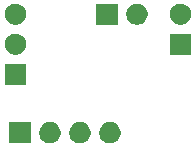
<source format=gbr>
G04 #@! TF.GenerationSoftware,KiCad,Pcbnew,5.1.5+dfsg1-2*
G04 #@! TF.CreationDate,2020-03-08T13:50:41+09:00*
G04 #@! TF.ProjectId,dbmbyhd,64626d62-7968-4642-9e6b-696361645f70,rev?*
G04 #@! TF.SameCoordinates,Original*
G04 #@! TF.FileFunction,Soldermask,Bot*
G04 #@! TF.FilePolarity,Negative*
%FSLAX46Y46*%
G04 Gerber Fmt 4.6, Leading zero omitted, Abs format (unit mm)*
G04 Created by KiCad (PCBNEW 5.1.5+dfsg1-2) date 2020-03-08 13:50:41*
%MOMM*%
%LPD*%
G04 APERTURE LIST*
%ADD10C,0.020000*%
G04 APERTURE END LIST*
D10*
G36*
X146693812Y-105686624D02*
G01*
X146693815Y-105686625D01*
X146693814Y-105686625D01*
X146857781Y-105754542D01*
X147005354Y-105853147D01*
X147130853Y-105978646D01*
X147229458Y-106126219D01*
X147284831Y-106259902D01*
X147297376Y-106290188D01*
X147332000Y-106464259D01*
X147332000Y-106641741D01*
X147297376Y-106815812D01*
X147297375Y-106815814D01*
X147229458Y-106979781D01*
X147130853Y-107127354D01*
X147005354Y-107252853D01*
X146857781Y-107351458D01*
X146724098Y-107406831D01*
X146693812Y-107419376D01*
X146519741Y-107454000D01*
X146342259Y-107454000D01*
X146168188Y-107419376D01*
X146137902Y-107406831D01*
X146004219Y-107351458D01*
X145856646Y-107252853D01*
X145731147Y-107127354D01*
X145632542Y-106979781D01*
X145564625Y-106815814D01*
X145564624Y-106815812D01*
X145530000Y-106641741D01*
X145530000Y-106464259D01*
X145564624Y-106290188D01*
X145577169Y-106259902D01*
X145632542Y-106126219D01*
X145731147Y-105978646D01*
X145856646Y-105853147D01*
X146004219Y-105754542D01*
X146168186Y-105686625D01*
X146168185Y-105686625D01*
X146168188Y-105686624D01*
X146342259Y-105652000D01*
X146519741Y-105652000D01*
X146693812Y-105686624D01*
G37*
G36*
X144153812Y-105686624D02*
G01*
X144153815Y-105686625D01*
X144153814Y-105686625D01*
X144317781Y-105754542D01*
X144465354Y-105853147D01*
X144590853Y-105978646D01*
X144689458Y-106126219D01*
X144744831Y-106259902D01*
X144757376Y-106290188D01*
X144792000Y-106464259D01*
X144792000Y-106641741D01*
X144757376Y-106815812D01*
X144757375Y-106815814D01*
X144689458Y-106979781D01*
X144590853Y-107127354D01*
X144465354Y-107252853D01*
X144317781Y-107351458D01*
X144184098Y-107406831D01*
X144153812Y-107419376D01*
X143979741Y-107454000D01*
X143802259Y-107454000D01*
X143628188Y-107419376D01*
X143597902Y-107406831D01*
X143464219Y-107351458D01*
X143316646Y-107252853D01*
X143191147Y-107127354D01*
X143092542Y-106979781D01*
X143024625Y-106815814D01*
X143024624Y-106815812D01*
X142990000Y-106641741D01*
X142990000Y-106464259D01*
X143024624Y-106290188D01*
X143037169Y-106259902D01*
X143092542Y-106126219D01*
X143191147Y-105978646D01*
X143316646Y-105853147D01*
X143464219Y-105754542D01*
X143628186Y-105686625D01*
X143628185Y-105686625D01*
X143628188Y-105686624D01*
X143802259Y-105652000D01*
X143979741Y-105652000D01*
X144153812Y-105686624D01*
G37*
G36*
X142252000Y-107454000D02*
G01*
X140450000Y-107454000D01*
X140450000Y-105652000D01*
X142252000Y-105652000D01*
X142252000Y-107454000D01*
G37*
G36*
X149233812Y-105686624D02*
G01*
X149233815Y-105686625D01*
X149233814Y-105686625D01*
X149397781Y-105754542D01*
X149545354Y-105853147D01*
X149670853Y-105978646D01*
X149769458Y-106126219D01*
X149824831Y-106259902D01*
X149837376Y-106290188D01*
X149872000Y-106464259D01*
X149872000Y-106641741D01*
X149837376Y-106815812D01*
X149837375Y-106815814D01*
X149769458Y-106979781D01*
X149670853Y-107127354D01*
X149545354Y-107252853D01*
X149397781Y-107351458D01*
X149264098Y-107406831D01*
X149233812Y-107419376D01*
X149059741Y-107454000D01*
X148882259Y-107454000D01*
X148708188Y-107419376D01*
X148677902Y-107406831D01*
X148544219Y-107351458D01*
X148396646Y-107252853D01*
X148271147Y-107127354D01*
X148172542Y-106979781D01*
X148104625Y-106815814D01*
X148104624Y-106815812D01*
X148070000Y-106641741D01*
X148070000Y-106464259D01*
X148104624Y-106290188D01*
X148117169Y-106259902D01*
X148172542Y-106126219D01*
X148271147Y-105978646D01*
X148396646Y-105853147D01*
X148544219Y-105754542D01*
X148708186Y-105686625D01*
X148708185Y-105686625D01*
X148708188Y-105686624D01*
X148882259Y-105652000D01*
X149059741Y-105652000D01*
X149233812Y-105686624D01*
G37*
G36*
X141871000Y-102501000D02*
G01*
X140069000Y-102501000D01*
X140069000Y-100699000D01*
X141871000Y-100699000D01*
X141871000Y-102501000D01*
G37*
G36*
X155841000Y-99961000D02*
G01*
X154039000Y-99961000D01*
X154039000Y-98159000D01*
X155841000Y-98159000D01*
X155841000Y-99961000D01*
G37*
G36*
X141232812Y-98193624D02*
G01*
X141232815Y-98193625D01*
X141232814Y-98193625D01*
X141396781Y-98261542D01*
X141544354Y-98360147D01*
X141669853Y-98485646D01*
X141768458Y-98633219D01*
X141823831Y-98766902D01*
X141836376Y-98797188D01*
X141871000Y-98971259D01*
X141871000Y-99148741D01*
X141836376Y-99322812D01*
X141836375Y-99322814D01*
X141768458Y-99486781D01*
X141669853Y-99634354D01*
X141544354Y-99759853D01*
X141396781Y-99858458D01*
X141263098Y-99913831D01*
X141232812Y-99926376D01*
X141058741Y-99961000D01*
X140881259Y-99961000D01*
X140707188Y-99926376D01*
X140676902Y-99913831D01*
X140543219Y-99858458D01*
X140395646Y-99759853D01*
X140270147Y-99634354D01*
X140171542Y-99486781D01*
X140103625Y-99322814D01*
X140103624Y-99322812D01*
X140069000Y-99148741D01*
X140069000Y-98971259D01*
X140103624Y-98797188D01*
X140116169Y-98766902D01*
X140171542Y-98633219D01*
X140270147Y-98485646D01*
X140395646Y-98360147D01*
X140543219Y-98261542D01*
X140707186Y-98193625D01*
X140707185Y-98193625D01*
X140707188Y-98193624D01*
X140881259Y-98159000D01*
X141058741Y-98159000D01*
X141232812Y-98193624D01*
G37*
G36*
X149618000Y-97421000D02*
G01*
X147816000Y-97421000D01*
X147816000Y-95619000D01*
X149618000Y-95619000D01*
X149618000Y-97421000D01*
G37*
G36*
X151519812Y-95653624D02*
G01*
X151519815Y-95653625D01*
X151519814Y-95653625D01*
X151683781Y-95721542D01*
X151831354Y-95820147D01*
X151956853Y-95945646D01*
X152055458Y-96093219D01*
X152110831Y-96226902D01*
X152123376Y-96257188D01*
X152158000Y-96431259D01*
X152158000Y-96608741D01*
X152123376Y-96782812D01*
X152123375Y-96782814D01*
X152055458Y-96946781D01*
X151956853Y-97094354D01*
X151831354Y-97219853D01*
X151683781Y-97318458D01*
X151550098Y-97373831D01*
X151519812Y-97386376D01*
X151345741Y-97421000D01*
X151168259Y-97421000D01*
X150994188Y-97386376D01*
X150963902Y-97373831D01*
X150830219Y-97318458D01*
X150682646Y-97219853D01*
X150557147Y-97094354D01*
X150458542Y-96946781D01*
X150390625Y-96782814D01*
X150390624Y-96782812D01*
X150356000Y-96608741D01*
X150356000Y-96431259D01*
X150390624Y-96257188D01*
X150403169Y-96226902D01*
X150458542Y-96093219D01*
X150557147Y-95945646D01*
X150682646Y-95820147D01*
X150830219Y-95721542D01*
X150994186Y-95653625D01*
X150994185Y-95653625D01*
X150994188Y-95653624D01*
X151168259Y-95619000D01*
X151345741Y-95619000D01*
X151519812Y-95653624D01*
G37*
G36*
X155202812Y-95653624D02*
G01*
X155202815Y-95653625D01*
X155202814Y-95653625D01*
X155366781Y-95721542D01*
X155514354Y-95820147D01*
X155639853Y-95945646D01*
X155738458Y-96093219D01*
X155793831Y-96226902D01*
X155806376Y-96257188D01*
X155841000Y-96431259D01*
X155841000Y-96608741D01*
X155806376Y-96782812D01*
X155806375Y-96782814D01*
X155738458Y-96946781D01*
X155639853Y-97094354D01*
X155514354Y-97219853D01*
X155366781Y-97318458D01*
X155233098Y-97373831D01*
X155202812Y-97386376D01*
X155028741Y-97421000D01*
X154851259Y-97421000D01*
X154677188Y-97386376D01*
X154646902Y-97373831D01*
X154513219Y-97318458D01*
X154365646Y-97219853D01*
X154240147Y-97094354D01*
X154141542Y-96946781D01*
X154073625Y-96782814D01*
X154073624Y-96782812D01*
X154039000Y-96608741D01*
X154039000Y-96431259D01*
X154073624Y-96257188D01*
X154086169Y-96226902D01*
X154141542Y-96093219D01*
X154240147Y-95945646D01*
X154365646Y-95820147D01*
X154513219Y-95721542D01*
X154677186Y-95653625D01*
X154677185Y-95653625D01*
X154677188Y-95653624D01*
X154851259Y-95619000D01*
X155028741Y-95619000D01*
X155202812Y-95653624D01*
G37*
G36*
X141232812Y-95653624D02*
G01*
X141232815Y-95653625D01*
X141232814Y-95653625D01*
X141396781Y-95721542D01*
X141544354Y-95820147D01*
X141669853Y-95945646D01*
X141768458Y-96093219D01*
X141823831Y-96226902D01*
X141836376Y-96257188D01*
X141871000Y-96431259D01*
X141871000Y-96608741D01*
X141836376Y-96782812D01*
X141836375Y-96782814D01*
X141768458Y-96946781D01*
X141669853Y-97094354D01*
X141544354Y-97219853D01*
X141396781Y-97318458D01*
X141263098Y-97373831D01*
X141232812Y-97386376D01*
X141058741Y-97421000D01*
X140881259Y-97421000D01*
X140707188Y-97386376D01*
X140676902Y-97373831D01*
X140543219Y-97318458D01*
X140395646Y-97219853D01*
X140270147Y-97094354D01*
X140171542Y-96946781D01*
X140103625Y-96782814D01*
X140103624Y-96782812D01*
X140069000Y-96608741D01*
X140069000Y-96431259D01*
X140103624Y-96257188D01*
X140116169Y-96226902D01*
X140171542Y-96093219D01*
X140270147Y-95945646D01*
X140395646Y-95820147D01*
X140543219Y-95721542D01*
X140707186Y-95653625D01*
X140707185Y-95653625D01*
X140707188Y-95653624D01*
X140881259Y-95619000D01*
X141058741Y-95619000D01*
X141232812Y-95653624D01*
G37*
M02*

</source>
